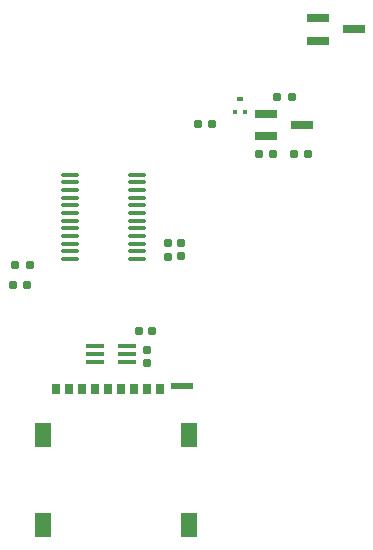
<source format=gbr>
%TF.GenerationSoftware,KiCad,Pcbnew,(7.0.0)*%
%TF.CreationDate,2023-03-16T22:42:38+01:00*%
%TF.ProjectId,iot_diagnostic_tool,696f745f-6469-4616-976e-6f737469635f,rev?*%
%TF.SameCoordinates,Original*%
%TF.FileFunction,Paste,Bot*%
%TF.FilePolarity,Positive*%
%FSLAX46Y46*%
G04 Gerber Fmt 4.6, Leading zero omitted, Abs format (unit mm)*
G04 Created by KiCad (PCBNEW (7.0.0)) date 2023-03-16 22:42:38*
%MOMM*%
%LPD*%
G01*
G04 APERTURE LIST*
G04 Aperture macros list*
%AMRoundRect*
0 Rectangle with rounded corners*
0 $1 Rounding radius*
0 $2 $3 $4 $5 $6 $7 $8 $9 X,Y pos of 4 corners*
0 Add a 4 corners polygon primitive as box body*
4,1,4,$2,$3,$4,$5,$6,$7,$8,$9,$2,$3,0*
0 Add four circle primitives for the rounded corners*
1,1,$1+$1,$2,$3*
1,1,$1+$1,$4,$5*
1,1,$1+$1,$6,$7*
1,1,$1+$1,$8,$9*
0 Add four rect primitives between the rounded corners*
20,1,$1+$1,$2,$3,$4,$5,0*
20,1,$1+$1,$4,$5,$6,$7,0*
20,1,$1+$1,$6,$7,$8,$9,0*
20,1,$1+$1,$8,$9,$2,$3,0*%
G04 Aperture macros list end*
%ADD10R,1.900000X0.800000*%
%ADD11RoundRect,0.100000X-0.637500X-0.100000X0.637500X-0.100000X0.637500X0.100000X-0.637500X0.100000X0*%
%ADD12RoundRect,0.155000X-0.155000X0.212500X-0.155000X-0.212500X0.155000X-0.212500X0.155000X0.212500X0*%
%ADD13RoundRect,0.160000X0.197500X0.160000X-0.197500X0.160000X-0.197500X-0.160000X0.197500X-0.160000X0*%
%ADD14RoundRect,0.155000X-0.212500X-0.155000X0.212500X-0.155000X0.212500X0.155000X-0.212500X0.155000X0*%
%ADD15RoundRect,0.155000X0.155000X-0.212500X0.155000X0.212500X-0.155000X0.212500X-0.155000X-0.212500X0*%
%ADD16RoundRect,0.160000X-0.160000X0.197500X-0.160000X-0.197500X0.160000X-0.197500X0.160000X0.197500X0*%
%ADD17RoundRect,0.160000X-0.197500X-0.160000X0.197500X-0.160000X0.197500X0.160000X-0.197500X0.160000X0*%
%ADD18R,0.400000X0.450000*%
%ADD19R,0.500000X0.450000*%
%ADD20R,0.670000X0.950000*%
%ADD21R,1.350000X2.000000*%
%ADD22R,1.880000X0.500000*%
%ADD23R,1.500000X0.400000*%
G04 APERTURE END LIST*
D10*
%TO.C,Q5*%
X154324999Y-74299999D03*
X154324999Y-72399999D03*
X157324999Y-73349999D03*
%TD*%
D11*
%TO.C,U8*%
X133300000Y-92800000D03*
X133300000Y-92150000D03*
X133300000Y-91500000D03*
X133300000Y-90850000D03*
X133300000Y-90200000D03*
X133300000Y-89550000D03*
X133300000Y-88900000D03*
X133300000Y-88250000D03*
X133300000Y-87600000D03*
X133300000Y-86950000D03*
X133300000Y-86300000D03*
X133300000Y-85650000D03*
X139025000Y-85650000D03*
X139025000Y-86300000D03*
X139025000Y-86950000D03*
X139025000Y-87600000D03*
X139025000Y-88250000D03*
X139025000Y-88900000D03*
X139025000Y-89550000D03*
X139025000Y-90200000D03*
X139025000Y-90850000D03*
X139025000Y-91500000D03*
X139025000Y-92150000D03*
X139025000Y-92800000D03*
%TD*%
D12*
%TO.C,C27*%
X142750000Y-91432500D03*
X142750000Y-92567500D03*
%TD*%
D13*
%TO.C,R41*%
X153472500Y-83900000D03*
X152277500Y-83900000D03*
%TD*%
D14*
%TO.C,C32*%
X139132500Y-98900000D03*
X140267500Y-98900000D03*
%TD*%
D10*
%TO.C,Q3*%
X149949999Y-82399999D03*
X149949999Y-80499999D03*
X152949999Y-81449999D03*
%TD*%
D15*
%TO.C,C33*%
X139850000Y-101617500D03*
X139850000Y-100482500D03*
%TD*%
D16*
%TO.C,R16*%
X141600000Y-91402500D03*
X141600000Y-92597500D03*
%TD*%
D17*
%TO.C,R40*%
X150877500Y-79050000D03*
X152072500Y-79050000D03*
%TD*%
D13*
%TO.C,R45*%
X129897500Y-93300000D03*
X128702500Y-93300000D03*
%TD*%
%TO.C,R43*%
X145347500Y-81350000D03*
X144152500Y-81350000D03*
%TD*%
D18*
%TO.C,Q6*%
X148099999Y-80374999D03*
X147299999Y-80374999D03*
D19*
X147699999Y-79224999D03*
%TD*%
D13*
%TO.C,R42*%
X150497500Y-83900000D03*
X149302500Y-83900000D03*
%TD*%
D17*
%TO.C,R44*%
X128502500Y-95000000D03*
X129697500Y-95000000D03*
%TD*%
D20*
%TO.C,J3*%
X132149999Y-103799999D03*
X135449999Y-103799999D03*
X137649999Y-103799999D03*
X139849999Y-103799999D03*
X133249999Y-103799999D03*
X136549999Y-103799999D03*
X138749999Y-103799999D03*
X140949999Y-103799999D03*
X134349999Y-103799999D03*
D21*
X143354999Y-107674999D03*
X131004999Y-107674999D03*
X131004999Y-115324999D03*
X143354999Y-115324999D03*
D22*
X142789999Y-103574999D03*
%TD*%
D23*
%TO.C,D5*%
X138129999Y-100199999D03*
X138129999Y-100849999D03*
X138129999Y-101499999D03*
X135469999Y-101499999D03*
X135469999Y-100849999D03*
X135469999Y-100199999D03*
%TD*%
M02*

</source>
